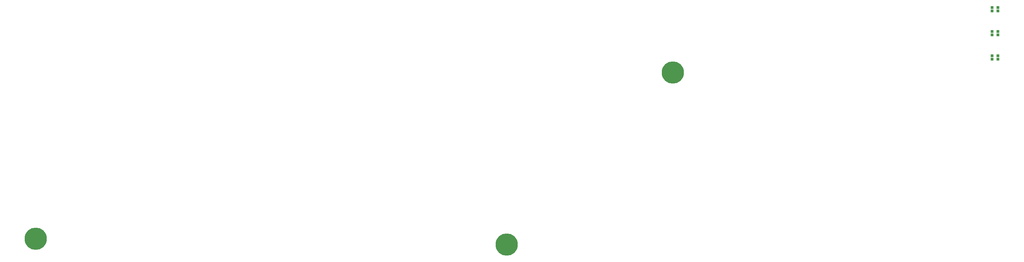
<source format=gbr>
G04 #@! TF.GenerationSoftware,KiCad,Pcbnew,(6.0.0-rc1-dev-711-gaf8715da8)*
G04 #@! TF.CreationDate,2018-11-26T01:45:55-05:00*
G04 #@! TF.ProjectId,Kira,4B6972612E6B696361645F7063620000,1.02c*
G04 #@! TF.SameCoordinates,Original*
G04 #@! TF.FileFunction,Paste,Top*
G04 #@! TF.FilePolarity,Positive*
%FSLAX46Y46*%
G04 Gerber Fmt 4.6, Leading zero omitted, Abs format (unit mm)*
G04 Created by KiCad (PCBNEW (6.0.0-rc1-dev-711-gaf8715da8)) date 11/26/2018 1:45:55 AM*
%MOMM*%
%LPD*%
G01*
G04 APERTURE LIST*
%ADD10C,5.500000*%
%ADD11R,0.800000X0.650000*%
G04 APERTURE END LIST*
D10*
G04 #@! TO.C,MH1*
X160312000Y-103022000D03*
G04 #@! TD*
G04 #@! TO.C,MH2*
X276555000Y-104508000D03*
G04 #@! TD*
D11*
G04 #@! TO.C,LED128*
X397713900Y-57766200D03*
X396213900Y-57766200D03*
X396213900Y-58616200D03*
X397713900Y-58616200D03*
G04 #@! TD*
G04 #@! TO.C,LED127*
X397713900Y-51771800D03*
X396213900Y-51771800D03*
X396213900Y-52621800D03*
X397713900Y-52621800D03*
G04 #@! TD*
G04 #@! TO.C,LED126*
X397713900Y-45777400D03*
X396213900Y-45777400D03*
X396213900Y-46627400D03*
X397713900Y-46627400D03*
G04 #@! TD*
D10*
G04 #@! TO.C,MH3*
X317500000Y-61912500D03*
G04 #@! TD*
M02*

</source>
